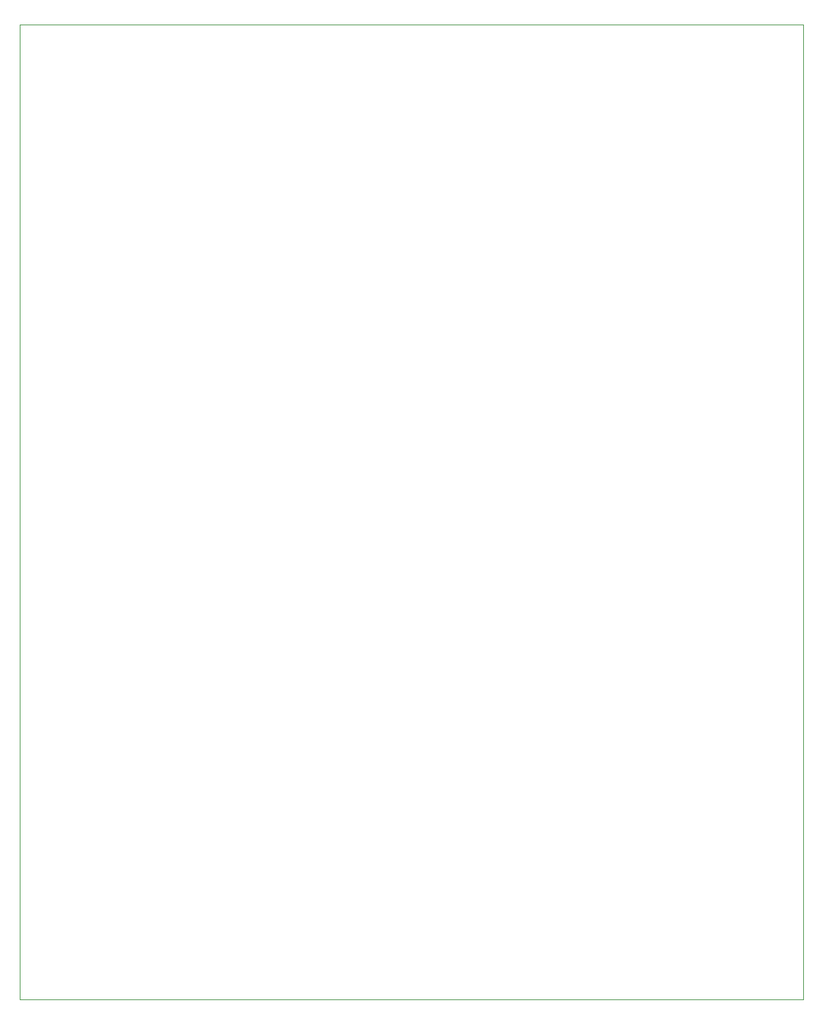
<source format=gbr>
%TF.GenerationSoftware,KiCad,Pcbnew,(5.1.9-0-10_14)*%
%TF.CreationDate,2021-04-22T20:40:29-04:00*%
%TF.ProjectId,CONTROL_LOGIC,434f4e54-524f-44c5-9f4c-4f4749432e6b,rev?*%
%TF.SameCoordinates,Original*%
%TF.FileFunction,Profile,NP*%
%FSLAX46Y46*%
G04 Gerber Fmt 4.6, Leading zero omitted, Abs format (unit mm)*
G04 Created by KiCad (PCBNEW (5.1.9-0-10_14)) date 2021-04-22 20:40:29*
%MOMM*%
%LPD*%
G01*
G04 APERTURE LIST*
%TA.AperFunction,Profile*%
%ADD10C,0.050000*%
%TD*%
G04 APERTURE END LIST*
D10*
X93802200Y27863800D02*
X93802200Y-93014800D01*
X191109600Y27863800D02*
X93802200Y27863800D01*
X191109600Y-93014800D02*
X93802200Y-93014800D01*
X191109600Y27863800D02*
X191109600Y-93014800D01*
M02*

</source>
